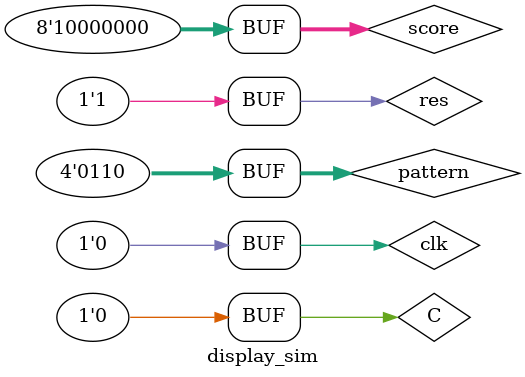
<source format=v>
`timescale 1ns / 1ps


module display_sim;

	// Inputs
	reg [7:0] score;
	reg [3:0] pattern;
	reg C;
	reg clk;
	reg res;
	wire [15:0] currentOutput;
	wire [11:0] scoreBCD;

	// Outputs
	wire [7:0] SEG;
	wire [3:0] AN;
	wire [7:0] LED;

	// Instantiate the Unit Under Test (UUT)
	display uut (
		.score(score), 
		.pattern(pattern), 
		.C(C), 
		.clk(clk), 
		.res(res), 
		.SEG(SEG), 
		.AN(AN), 
		.LED(LED),
		.test(currentOutput),
		.test0(scoreBCD)
	);

	initial begin
		// Initialize Inputs
		score = 8'b10000000;
		pattern = 4'b0110;
		C = 1;
		clk = 0;
		res = 0;

		// Wait 100 ns for global reset to finish
		#100;
        
		// Add stimulus here
		#10 clk = 1;
		#10 clk = 0;
		#10 clk = 1;
		#10 clk = 0;
		#10 clk = 1;
		#10 clk = 0;
		#10 clk = 1;
		#10 clk = 0;
		#10 clk = 1;
		#10 clk = 0;
		#10 clk = 1;
		#10 clk = 0;
		#10 clk = 1;
		#10 clk = 0;
		#10 clk = 1;
		#10 clk = 0;
		#10 clk = 1;
		#10 clk = 0;
		#10 clk = 1;
		#10 clk = 0;
		
		#10 res = 1;
		
		#10 clk = 1;
		#10 clk = 0;
		#10 clk = 1;
		#10 clk = 0;
		#10 clk = 1;
		#10 clk = 0;
		#10 clk = 1;
		#10 clk = 0;
		#10 clk = 1;
		#10 clk = 0;
		#10 clk = 1;
		#10 clk = 0;
		#10 clk = 1;
		#10 clk = 0;
		#10 clk = 1;
		#10 clk = 0;
		#10 clk = 1;
		#10 clk = 0;
		#10 clk = 1;
		#10 clk = 0;
		
		#10 C = 0;
		res = 0;
		
		#10 clk = 1;
		#10 clk = 0;
		#10 clk = 1;
		#10 clk = 0;
		#10 clk = 1;
		#10 clk = 0;
		#10 clk = 1;
		#10 clk = 0;
		#10 clk = 1;
		#10 clk = 0;
		#10 clk = 1;
		#10 clk = 0;
		#10 clk = 1;
		#10 clk = 0;
		#10 clk = 1;
		#10 clk = 0;
		#10 clk = 1;
		#10 clk = 0;
		
		#10 res = 1;
		
		#10 clk = 1;
		#10 clk = 0;
		#10 clk = 1;
		#10 clk = 0;
		#10 clk = 1;
		#10 clk = 0;
		#10 clk = 1;
		#10 clk = 0;
		#10 clk = 1;
		#10 clk = 0;
		#10 clk = 1;
		#10 clk = 0;
		#10 clk = 1;
		#10 clk = 0;
		#10 clk = 1;
		#10 clk = 0;
		#10 clk = 1;
		#10 clk = 0;

	end
      
endmodule

</source>
